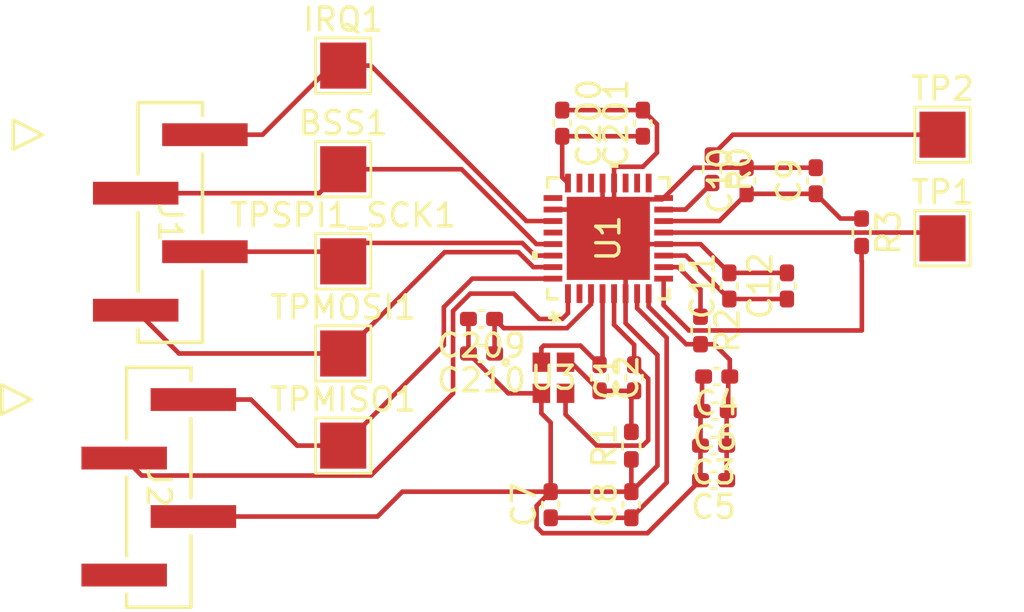
<source format=kicad_pcb>
(kicad_pcb (version 20240108) (generator "pcbnew") (generator_version "8.0")
  (layers (0 "F.Cu" signal) (31 "B.Cu" signal) (34 "B.Paste" user) (35 "F.Paste" user) (36 "B.SilkS" user "B.Silkscreen") (37 "F.SilkS" user "F.Silkscreen") (38 "B.Mask" user) (39 "F.Mask" user) (44 "Edge.Cuts" user))
  (net 0 "")
  (net 1 "Net-(U1-XTI)")
  (net 2 "GND")
  (net 3 "Net-(U1-XTO)")
  (net 4 "Net-(U1-VDD)")
  (net 5 "Net-(U1-VDD_A)")
  (net 6 "Net-(U1-VDD_DR)")
  (net 7 "Net-(U1-VDD_AM)")
  (net 8 "Net-(U1-AGDC)")
  (net 9 "Net-(U1-VDD_D)")
  (net 10 "/RFO2")
  (net 12 "/MOSI")
  (net 16 "/SPI1_SCK")
  (net 17 "/BSS")
  (net 19 "/IRQ")
  (net 20 "/RFO1")
  (net 21 "/MISO")
  (net 23 "VDD")
  (net 26 "Net-(R0-Pad1)")
  (net 27 "Net-(U1-VDD_TX)")
  (net 28 "Net-(U1-VDD_RF)")
  (footprint "Capacitor_SMD:C_0402_1005Metric_Pad0.74x0.62mm_HandSolder" (layer "F.Cu") (at 141.25 96.0675 90)
    (property "Reference" "C11" (at 0 -1.16 -90) (layer "F.SilkS"))
    (property "Value" "22nF")
    (fp_line (start -0.115835 -0.36) (end 0.115835 -0.36) (stroke (width 0.12)) (layer "F.SilkS"))
    (fp_line (start -0.115835 0.36) (end 0.115835 0.36) (stroke (width 0.12)) (layer "F.SilkS"))
    (pad "1" smd roundrect (at -0.5675 0 90) (size 0.735 0.62) (layers "F.Cu" "F.Paste" "F.Mask") (net 7 "Net-(U1-VDD_AM)"))
    (pad "2" smd roundrect (at 0.5675 0 90) (size 0.735 0.62) (layers "F.Cu" "F.Paste" "F.Mask") (net 2 "GND"))
  )
  (footprint "Capacitor_SMD:C_0402_1005Metric_Pad0.74x0.62mm_HandSolder" (layer "F.Cu") (at 137.12125 100.05375 90)
    (property "Reference" "C1" (at 0 -1.16 -90) (layer "F.SilkS"))
    (property "Value" "10pF")
    (fp_line (start -0.115835 -0.36) (end 0.115835 -0.36) (stroke (width 0.12)) (layer "F.SilkS"))
    (fp_line (start -0.115835 0.36) (end 0.115835 0.36) (stroke (width 0.12)) (layer "F.SilkS"))
    (pad "1" smd roundrect (at -0.5675 0 90) (size 0.735 0.62) (layers "F.Cu" "F.Paste" "F.Mask") (net 2 "GND"))
    (pad "2" smd roundrect (at 0.5675 0 90) (size 0.735 0.62) (layers "F.Cu" "F.Paste" "F.Mask") (net 1 "Net-(U1-XTI)"))
  )
  (footprint "Crystal:SMD04_NX2016S_NDK" (layer "F.Cu") (at 133.62125 100.05375)
    (property "Reference" "U3" (at 0 0 0) (layer "F.SilkS"))
    (property "Value" "NX2016SA-27.12MHZ-EXS00A-CS11337")
    (fp_circle (center -2.0636 -0.675) (end -1.9366 -0.675) (stroke (width 0.1524)) (fill none) (layer "F.SilkS"))
    (pad "1" smd rect (at -0.525 -0.675) (size 0.762 0.8382) (layers "F.Cu" "F.Paste" "F.Mask") (net 3 "Net-(U1-XTO)"))
    (pad "2" smd rect (at -0.525 0.675) (size 0.762 0.8382) (layers "F.Cu" "F.Paste" "F.Mask") (net 2 "GND"))
    (pad "3" smd rect (at 0.525 0.675) (size 0.762 0.8382) (layers "F.Cu" "F.Paste" "F.Mask") (net 1 "Net-(U1-XTI)"))
    (pad "4" smd rect (at 0.525 -0.675) (size 0.762 0.8382) (layers "F.Cu" "F.Paste" "F.Mask") (net 2 "GND"))
  )
  (footprint "TestPoint:TestPoint_Pad_2.0x2.0mm" (layer "F.Cu") (at 124.5 99)
    (property "Reference" "TPMOSI1" (at 0 -1.998 0) (layer "F.SilkS"))
    (property "Value" "~")
    (fp_line (start -1.2 -1.2) (end 1.2 -1.2) (stroke (width 0.12)) (layer "F.SilkS"))
    (fp_line (start -1.2 1.2) (end -1.2 -1.2) (stroke (width 0.12)) (layer "F.SilkS"))
    (fp_line (start 1.2 -1.2) (end 1.2 1.2) (stroke (width 0.12)) (layer "F.SilkS"))
    (fp_line (start 1.2 1.2) (end -1.2 1.2) (stroke (width 0.12)) (layer "F.SilkS"))
    (pad "1" smd rect (at 0 0) (size 2 2) (layers "F.Cu" "F.Mask") (net 12 "/MOSI"))
  )
  (footprint "TestPoint:TestPoint_Pad_2.0x2.0mm" (layer "F.Cu") (at 124.5 91)
    (property "Reference" "BSS1" (at 0 -1.998 0) (layer "F.SilkS"))
    (property "Value" "~")
    (fp_line (start -1.2 -1.2) (end 1.2 -1.2) (stroke (width 0.12)) (layer "F.SilkS"))
    (fp_line (start -1.2 1.2) (end -1.2 -1.2) (stroke (width 0.12)) (layer "F.SilkS"))
    (fp_line (start 1.2 -1.2) (end 1.2 1.2) (stroke (width 0.12)) (layer "F.SilkS"))
    (fp_line (start 1.2 1.2) (end -1.2 1.2) (stroke (width 0.12)) (layer "F.SilkS"))
    (pad "1" smd rect (at 0 0) (size 2 2) (layers "F.Cu" "F.Mask") (net 17 "/BSS"))
  )
  (footprint "Capacitor_SMD:C_0402_1005Metric_Pad0.74x0.62mm_HandSolder" (layer "F.Cu") (at 145 91.5 90)
    (property "Reference" "C9" (at 0 -1.16 -90) (layer "F.SilkS"))
    (property "Value" "10nF")
    (fp_line (start -0.115835 -0.36) (end 0.115835 -0.36) (stroke (width 0.12)) (layer "F.SilkS"))
    (fp_line (start -0.115835 0.36) (end 0.115835 0.36) (stroke (width 0.12)) (layer "F.SilkS"))
    (pad "1" smd roundrect (at -0.5675 0 90) (size 0.735 0.62) (layers "F.Cu" "F.Paste" "F.Mask") (net 6 "Net-(U1-VDD_DR)"))
    (pad "2" smd roundrect (at 0.5675 0 90) (size 0.735 0.62) (layers "F.Cu" "F.Paste" "F.Mask") (net 2 "GND"))
  )
  (footprint "Resistor_SMD:R_0402_1005Metric_Pad0.72x0.64mm_HandSolder" (layer "F.Cu") (at 140.5 91 -90)
    (property "Reference" "R0" (at 0 -1.17 90) (layer "F.SilkS"))
    (property "Value" "0")
    (fp_line (start -0.167621 0.38) (end 0.167621 0.38) (stroke (width 0.12)) (layer "F.SilkS"))
    (fp_line (start -0.167621 -0.38) (end 0.167621 -0.38) (stroke (width 0.12)) (layer "F.SilkS"))
    (pad "1" smd roundrect (at -0.5975 0 270) (size 0.715 0.64) (layers "F.Cu" "F.Paste" "F.Mask") (net 26 "Net-(R0-Pad1)"))
    (pad "2" smd roundrect (at 0.5975 0 270) (size 0.715 0.64) (layers "F.Cu" "F.Paste" "F.Mask") (net 10 "/RFO2"))
  )
  (footprint "Capacitor_SMD:C_0402_1005Metric_Pad0.74x0.62mm_HandSolder" (layer "F.Cu") (at 135.62125 100.05375 -90)
    (property "Reference" "C2" (at 0 -1.16 90) (layer "F.SilkS"))
    (property "Value" "10pF")
    (fp_line (start -0.115835 0.36) (end 0.115835 0.36) (stroke (width 0.12)) (layer "F.SilkS"))
    (fp_line (start -0.115835 -0.36) (end 0.115835 -0.36) (stroke (width 0.12)) (layer "F.SilkS"))
    (pad "1" smd roundrect (at -0.5675 0 270) (size 0.735 0.62) (layers "F.Cu" "F.Paste" "F.Mask") (net 3 "Net-(U1-XTO)"))
    (pad "2" smd roundrect (at 0.5675 0 270) (size 0.735 0.62) (layers "F.Cu" "F.Paste" "F.Mask") (net 2 "GND"))
  )
  (footprint "ST25R3916B:VFQFPN32_5X5_WETTABLE_STM" (layer "F.Cu") (at 136 94 90)
    (property "Reference" "U1" (at 0 0 90) (layer "F.SilkS"))
    (property "Value" "ST25R3916B-AQWT")
    (fp_line (start 2.6289 -2.6289) (end 2.209739 -2.6289) (stroke (width 0.1524)) (layer "F.SilkS"))
    (fp_line (start -2.209739 -2.6289) (end -2.6289 -2.6289) (stroke (width 0.1524)) (layer "F.SilkS"))
    (fp_line (start -2.6289 -2.6289) (end -2.6289 -2.209739) (stroke (width 0.1524)) (layer "F.SilkS"))
    (fp_line (start 2.6289 -2.209739) (end 2.6289 -2.6289) (stroke (width 0.1524)) (layer "F.SilkS"))
    (fp_line (start -2.6289 2.209739) (end -2.6289 2.6289) (stroke (width 0.1524)) (layer "F.SilkS"))
    (fp_line (start 2.6289 2.6289) (end 2.6289 2.209739) (stroke (width 0.1524)) (layer "F.SilkS"))
    (fp_line (start 2.209739 2.6289) (end 2.6289 2.6289) (stroke (width 0.1524)) (layer "F.SilkS"))
    (fp_line (start -2.6289 2.6289) (end -2.209739 2.6289) (stroke (width 0.1524)) (layer "F.SilkS"))
    (fp_poly (pts (xy -0.940501 -3.0607) (xy -0.940501 -3.3147) (xy -0.559501 -3.3147) (xy -0.559501 -3.0607)) (fill solid) (layer "F.SilkS"))
    (fp_poly (pts (xy 3.3147 0.059499) (xy 3.3147 0.4405) (xy 3.0607 0.4405) (xy 3.0607 0.059499)) (fill solid) (layer "F.SilkS"))
    (fp_poly (pts (xy -1.4405 3.0607) (xy -1.4405 3.3147) (xy -1.0595 3.3147) (xy -1.0595 3.0607)) (fill solid) (layer "F.SilkS"))
    (fp_text user "*" (at -3.4417 -2 90) (layer "F.SilkS"))
    (fp_text user "*" (at -3.4417 -2 90) (layer "F.SilkS"))
    (pad "1" smd rect (at -2.4003 -1.749999 180) (size 0.254 0.8128) (layers "F.Cu" "F.Paste" "F.Mask") (net 23 "VDD"))
    (pad "2" smd rect (at -2.4003 -1.25 180) (size 0.254 0.8128) (layers "F.Cu" "F.Paste" "F.Mask"))
    (pad "3" smd rect (at -2.4003 -0.750001 180) (size 0.254 0.8128) (layers "F.Cu" "F.Paste" "F.Mask") (net 9 "Net-(U1-VDD_D)"))
    (pad "4" smd rect (at -2.4003 -0.25 180) (size 0.254 0.8128) (layers "F.Cu" "F.Paste" "F.Mask") (net 3 "Net-(U1-XTO)"))
    (pad "5" smd rect (at -2.4003 0.25 180) (size 0.254 0.8128) (layers "F.Cu" "F.Paste" "F.Mask") (net 1 "Net-(U1-XTI)"))
    (pad "6" smd rect (at -2.4003 0.750001 180) (size 0.254 0.8128) (layers "F.Cu" "F.Paste" "F.Mask") (net 2 "GND"))
    (pad "7" smd rect (at -2.4003 1.25 180) (size 0.254 0.8128) (layers "F.Cu" "F.Paste" "F.Mask") (net 5 "Net-(U1-VDD_A)"))
    (pad "8" smd rect (at -2.4003 1.749999 180) (size 0.254 0.8128) (layers "F.Cu" "F.Paste" "F.Mask") (net 4 "Net-(U1-VDD)"))
    (pad "9" smd rect (at -1.749999 2.4003 90) (size 0.254 0.8128) (layers "F.Cu" "F.Paste" "F.Mask") (net 28 "Net-(U1-VDD_RF)"))
    (pad "10" smd rect (at -1.25 2.4003 90) (size 0.254 0.8128) (layers "F.Cu" "F.Paste" "F.Mask") (net 27 "Net-(U1-VDD_TX)"))
    (pad "11" smd rect (at -0.750001 2.4003 90) (size 0.254 0.8128) (layers "F.Cu" "F.Paste" "F.Mask") (net 7 "Net-(U1-VDD_AM)"))
    (pad "12" smd rect (at -0.25 2.4003 90) (size 0.254 0.8128) (layers "F.Cu" "F.Paste" "F.Mask") (net 2 "GND"))
    (pad "13" smd rect (at 0.25 2.4003 90) (size 0.254 0.8128) (layers "F.Cu" "F.Paste" "F.Mask") (net 20 "/RFO1"))
    (pad "14" smd rect (at 0.750001 2.4003 90) (size 0.254 0.8128) (layers "F.Cu" "F.Paste" "F.Mask") (net 6 "Net-(U1-VDD_DR)"))
    (pad "15" smd rect (at 1.25 2.4003 90) (size 0.254 0.8128) (layers "F.Cu" "F.Paste" "F.Mask") (net 10 "/RFO2"))
    (pad "16" smd rect (at 1.749999 2.4003 90) (size 0.254 0.8128) (layers "F.Cu" "F.Paste" "F.Mask") (net 2 "GND"))
    (pad "17" smd rect (at 2.4003 1.749999 180) (size 0.254 0.8128) (layers "F.Cu" "F.Paste" "F.Mask"))
    (pad "18" smd rect (at 2.4003 1.25 180) (size 0.254 0.8128) (layers "F.Cu" "F.Paste" "F.Mask"))
    (pad "19" smd rect (at 2.4003 0.750001 180) (size 0.254 0.8128) (layers "F.Cu" "F.Paste" "F.Mask"))
    (pad "20" smd rect (at 2.4003 0.25 180) (size 0.254 0.8128) (layers "F.Cu" "F.Paste" "F.Mask") (net 2 "GND"))
    (pad "21" smd rect (at 2.4003 -0.25 180) (size 0.254 0.8128) (layers "F.Cu" "F.Paste" "F.Mask") (net 2 "GND"))
    (pad "22" smd rect (at 2.4003 -0.750001 180) (size 0.254 0.8128) (layers "F.Cu" "F.Paste" "F.Mask"))
    (pad "23" smd rect (at 2.4003 -1.25 180) (size 0.254 0.8128) (layers "F.Cu" "F.Paste" "F.Mask"))
    (pad "24" smd rect (at 2.4003 -1.749999 180) (size 0.254 0.8128) (layers "F.Cu" "F.Paste" "F.Mask") (net 8 "Net-(U1-AGDC)"))
    (pad "25" smd rect (at 1.749999 -2.4003 90) (size 0.254 0.8128) (layers "F.Cu" "F.Paste" "F.Mask"))
    (pad "26" smd rect (at 1.25 -2.4003 90) (size 0.254 0.8128) (layers "F.Cu" "F.Paste" "F.Mask") (net 2 "GND"))
    (pad "27" smd rect (at 0.750001 -2.4003 90) (size 0.254 0.8128) (layers "F.Cu" "F.Paste" "F.Mask") (net 19 "/IRQ"))
    (pad "28" smd rect (at 0.25 -2.4003 90) (size 0.254 0.8128) (layers "F.Cu" "F.Paste" "F.Mask"))
    (pad "29" smd rect (at -0.25 -2.4003 90) (size 0.254 0.8128) (layers "F.Cu" "F.Paste" "F.Mask") (net 17 "/BSS"))
    (pad "30" smd rect (at -0.750001 -2.4003 90) (size 0.254 0.8128) (layers "F.Cu" "F.Paste" "F.Mask") (net 16 "/SPI1_SCK"))
    (pad "31" smd rect (at -1.25 -2.4003 90) (size 0.254 0.8128) (layers "F.Cu" "F.Paste" "F.Mask") (net 12 "/MOSI"))
    (pad "32" smd rect (at -1.749999 -2.4003 90) (size 0.254 0.8128) (layers "F.Cu" "F.Paste" "F.Mask") (net 21 "/MISO"))
    (pad "33" smd rect (at 0 0 90) (size 3.6068 3.6068) (layers "F.Cu" "F.Paste" "F.Mask") (net 2 "GND"))
  )
  (footprint "SMD Header Conn:61000418221_WRE" (layer "F.Cu") (at 116.498601 104.81 -90)
    (property "Reference" "J2" (at 0 0 -90) (layer "F.SilkS"))
    (property "Value" "61000418221")
    (fp_line (start -4.445 6.812539) (end -3.175 6.812539) (stroke (width 0.1524)) (layer "F.SilkS"))
    (fp_line (start -3.175 6.812539) (end -3.81 5.542539) (stroke (width 0.1524)) (layer "F.SilkS"))
    (fp_line (start -3.81 5.542539) (end -4.445 6.812539) (stroke (width 0.1524)) (layer "F.SilkS"))
    (fp_line (start -5.207 1.397) (end -2.09804 1.397) (stroke (width 0.1524)) (layer "F.SilkS"))
    (fp_line (start -0.44196 1.397) (end 2.98196 1.397) (stroke (width 0.1524)) (layer "F.SilkS"))
    (fp_line (start 4.63804 1.397) (end 5.207 1.397) (stroke (width 0.1524)) (layer "F.SilkS"))
    (fp_line (start 5.207 1.397) (end 5.207 -1.397) (stroke (width 0.1524)) (layer "F.SilkS"))
    (fp_line (start -5.207 -1.397) (end -5.207 1.397) (stroke (width 0.1524)) (layer "F.SilkS"))
    (fp_line (start -4.63804 -1.397) (end -5.207 -1.397) (stroke (width 0.1524)) (layer "F.SilkS"))
    (fp_line (start 0.44196 -1.397) (end -2.98196 -1.397) (stroke (width 0.1524)) (layer "F.SilkS"))
    (fp_line (start 5.207 -1.397) (end 2.09804 -1.397) (stroke (width 0.1524)) (layer "F.SilkS"))
    (pad "1" smd rect (at -3.81 -1.501399 270) (size 0.9906 3.7084) (layers "F.Cu" "F.Paste" "F.Mask") (net 21 "/MISO"))
    (pad "2" smd rect (at -1.27 1.501399 270) (size 0.9906 3.7084) (layers "F.Cu" "F.Paste" "F.Mask") (net 23 "VDD"))
    (pad "3" smd rect (at 1.27 -1.501399 270) (size 0.9906 3.7084) (layers "F.Cu" "F.Paste" "F.Mask") (net 2 "GND"))
    (pad "4" smd rect (at 3.81 1.501399 270) (size 0.9906 3.7084) (layers "F.Cu" "F.Paste" "F.Mask"))
  )
  (footprint "Capacitor_SMD:C_0402_1005Metric_Pad0.74x0.62mm_HandSolder" (layer "F.Cu") (at 130.5 99 180)
    (property "Reference" "C210" (at 0 -1.16 180) (layer "F.SilkS"))
    (property "Value" "2u2")
    (fp_line (start -0.115835 0.36) (end 0.115835 0.36) (stroke (width 0.12)) (layer "F.SilkS"))
    (fp_line (start -0.115835 -0.36) (end 0.115835 -0.36) (stroke (width 0.12)) (layer "F.SilkS"))
    (pad "1" smd roundrect (at -0.5675 0 180) (size 0.735 0.62) (layers "F.Cu" "F.Paste" "F.Mask") (net 9 "Net-(U1-VDD_D)"))
    (pad "2" smd roundrect (at 0.5675 0 180) (size 0.735 0.62) (layers "F.Cu" "F.Paste" "F.Mask") (net 2 "GND"))
  )
  (footprint "SMD Header Conn:61000418221_WRE" (layer "F.Cu") (at 116.998601 93.31 -90)
    (property "Reference" "J1" (at 0 0 -90) (layer "F.SilkS"))
    (property "Value" "61000418221")
    (fp_line (start -4.445 6.812539) (end -3.175 6.812539) (stroke (width 0.1524)) (layer "F.SilkS"))
    (fp_line (start -3.175 6.812539) (end -3.81 5.542539) (stroke (width 0.1524)) (layer "F.SilkS"))
    (fp_line (start -3.81 5.542539) (end -4.445 6.812539) (stroke (width 0.1524)) (layer "F.SilkS"))
    (fp_line (start -5.207 1.397) (end -2.09804 1.397) (stroke (width 0.1524)) (layer "F.SilkS"))
    (fp_line (start -0.44196 1.397) (end 2.98196 1.397) (stroke (width 0.1524)) (layer "F.SilkS"))
    (fp_line (start 4.63804 1.397) (end 5.207 1.397) (stroke (width 0.1524)) (layer "F.SilkS"))
    (fp_line (start 5.207 1.397) (end 5.207 -1.397) (stroke (width 0.1524)) (layer "F.SilkS"))
    (fp_line (start -5.207 -1.397) (end -5.207 1.397) (stroke (width 0.1524)) (layer "F.SilkS"))
    (fp_line (start -4.63804 -1.397) (end -5.207 -1.397) (stroke (width 0.1524)) (layer "F.SilkS"))
    (fp_line (start 0.44196 -1.397) (end -2.98196 -1.397) (stroke (width 0.1524)) (layer "F.SilkS"))
    (fp_line (start 5.207 -1.397) (end 2.09804 -1.397) (stroke (width 0.1524)) (layer "F.SilkS"))
    (pad "1" smd rect (at -3.81 -1.501399 270) (size 0.9906 3.7084) (layers "F.Cu" "F.Paste" "F.Mask") (net 19 "/IRQ"))
    (pad "2" smd rect (at -1.27 1.501399 270) (size 0.9906 3.7084) (layers "F.Cu" "F.Paste" "F.Mask") (net 17 "/BSS"))
    (pad "3" smd rect (at 1.27 -1.501399 270) (size 0.9906 3.7084) (layers "F.Cu" "F.Paste" "F.Mask") (net 16 "/SPI1_SCK"))
    (pad "4" smd rect (at 3.81 1.501399 270) (size 0.9906 3.7084) (layers "F.Cu" "F.Paste" "F.Mask") (net 12 "/MOSI"))
  )
  (footprint "TestPoint:TestPoint_Pad_2.0x2.0mm" (layer "F.Cu") (at 124.5 103)
    (property "Reference" "TPMISO1" (at 0 -1.998 0) (layer "F.SilkS"))
    (property "Value" "~")
    (fp_line (start -1.2 -1.2) (end 1.2 -1.2) (stroke (width 0.12)) (layer "F.SilkS"))
    (fp_line (start -1.2 1.2) (end -1.2 -1.2) (stroke (width 0.12)) (layer "F.SilkS"))
    (fp_line (start 1.2 -1.2) (end 1.2 1.2) (stroke (width 0.12)) (layer "F.SilkS"))
    (fp_line (start 1.2 1.2) (end -1.2 1.2) (stroke (width 0.12)) (layer "F.SilkS"))
    (pad "1" smd rect (at 0 0) (size 2 2) (layers "F.Cu" "F.Mask") (net 21 "/MISO"))
  )
  (footprint "Capacitor_SMD:C_0402_1005Metric_Pad0.74x0.62mm_HandSolder" (layer "F.Cu") (at 140.5675 103 180)
    (property "Reference" "C3" (at 0 -1.16 180) (layer "F.SilkS"))
    (property "Value" "10nF")
    (fp_line (start -0.115835 0.36) (end 0.115835 0.36) (stroke (width 0.12)) (layer "F.SilkS"))
    (fp_line (start -0.115835 -0.36) (end 0.115835 -0.36) (stroke (width 0.12)) (layer "F.SilkS"))
    (pad "1" smd roundrect (at -0.5675 0 180) (size 0.735 0.62) (layers "F.Cu" "F.Paste" "F.Mask") (net 4 "Net-(U1-VDD)"))
    (pad "2" smd roundrect (at 0.5675 0 180) (size 0.735 0.62) (layers "F.Cu" "F.Paste" "F.Mask") (net 2 "GND"))
  )
  (footprint "Capacitor_SMD:C_0402_1005Metric_Pad0.74x0.62mm_HandSolder" (layer "F.Cu") (at 140.7025 100 180)
    (property "Reference" "C4" (at 0 -1.16 180) (layer "F.SilkS"))
    (property "Value" "2u2")
    (fp_line (start -0.115835 0.36) (end 0.115835 0.36) (stroke (width 0.12)) (layer "F.SilkS"))
    (fp_line (start -0.115835 -0.36) (end 0.115835 -0.36) (stroke (width 0.12)) (layer "F.SilkS"))
    (pad "1" smd roundrect (at -0.5675 0 180) (size 0.735 0.62) (layers "F.Cu" "F.Paste" "F.Mask") (net 4 "Net-(U1-VDD)"))
    (pad "2" smd roundrect (at 0.5675 0 180) (size 0.735 0.62) (layers "F.Cu" "F.Paste" "F.Mask") (net 2 "GND"))
  )
  (footprint "Capacitor_SMD:C_0402_1005Metric_Pad0.74x0.62mm_HandSolder" (layer "F.Cu") (at 142 91.5 90)
    (property "Reference" "C10" (at 0 -1.16 -90) (layer "F.SilkS"))
    (property "Value" "2u2")
    (fp_line (start -0.115835 -0.36) (end 0.115835 -0.36) (stroke (width 0.12)) (layer "F.SilkS"))
    (fp_line (start -0.115835 0.36) (end 0.115835 0.36) (stroke (width 0.12)) (layer "F.SilkS"))
    (pad "1" smd roundrect (at -0.5675 0 90) (size 0.735 0.62) (layers "F.Cu" "F.Paste" "F.Mask") (net 6 "Net-(U1-VDD_DR)"))
    (pad "2" smd roundrect (at 0.5675 0 90) (size 0.735 0.62) (layers "F.Cu" "F.Paste" "F.Mask") (net 2 "GND"))
  )
  (footprint "Capacitor_SMD:C_0402_1005Metric_Pad0.74x0.62mm_HandSolder" (layer "F.Cu") (at 134 89 -90)
    (property "Reference" "C200" (at 0 -1.16 90) (layer "F.SilkS"))
    (property "Value" "1uF")
    (fp_line (start -0.115835 0.36) (end 0.115835 0.36) (stroke (width 0.12)) (layer "F.SilkS"))
    (fp_line (start -0.115835 -0.36) (end 0.115835 -0.36) (stroke (width 0.12)) (layer "F.SilkS"))
    (pad "1" smd roundrect (at -0.5675 0 270) (size 0.735 0.62) (layers "F.Cu" "F.Paste" "F.Mask") (net 2 "GND"))
    (pad "2" smd roundrect (at 0.5675 0 270) (size 0.735 0.62) (layers "F.Cu" "F.Paste" "F.Mask") (net 8 "Net-(U1-AGDC)"))
  )
  (footprint "TestPoint:TestPoint_Pad_2.0x2.0mm" (layer "F.Cu") (at 150.5 89.5)
    (property "Reference" "TP2" (at 0 -1.998 0) (layer "F.SilkS"))
    (property "Value" "TestPoint")
    (fp_line (start -1.2 -1.2) (end 1.2 -1.2) (stroke (width 0.12)) (layer "F.SilkS"))
    (fp_line (start -1.2 1.2) (end -1.2 -1.2) (stroke (width 0.12)) (layer "F.SilkS"))
    (fp_line (start 1.2 -1.2) (end 1.2 1.2) (stroke (width 0.12)) (layer "F.SilkS"))
    (fp_line (start 1.2 1.2) (end -1.2 1.2) (stroke (width 0.12)) (layer "F.SilkS"))
    (pad "1" smd rect (at 0 0) (size 2 2) (layers "F.Cu" "F.Mask") (net 26 "Net-(R0-Pad1)"))
  )
  (footprint "TestPoint:TestPoint_Pad_2.0x2.0mm" (layer "F.Cu") (at 124.5 95)
    (property "Reference" "TPSPI1_SCK1" (at 0 -1.998 0) (layer "F.SilkS"))
    (property "Value" "~")
    (fp_line (start -1.2 -1.2) (end 1.2 -1.2) (stroke (width 0.12)) (layer "F.SilkS"))
    (fp_line (start -1.2 1.2) (end -1.2 -1.2) (stroke (width 0.12)) (layer "F.SilkS"))
    (fp_line (start 1.2 -1.2) (end 1.2 1.2) (stroke (width 0.12)) (layer "F.SilkS"))
    (fp_line (start 1.2 1.2) (end -1.2 1.2) (stroke (width 0.12)) (layer "F.SilkS"))
    (pad "1" smd rect (at 0 0) (size 2 2) (layers "F.Cu" "F.Mask") (net 16 "/SPI1_SCK"))
  )
  (footprint "Capacitor_SMD:C_0402_1005Metric_Pad0.74x0.62mm_HandSolder" (layer "F.Cu") (at 140.635 101.5 180)
    (property "Reference" "C6" (at 0 -1.16 180) (layer "F.SilkS"))
    (property "Value" "2u2")
    (fp_line (start -0.115835 0.36) (end 0.115835 0.36) (stroke (width 0.12)) (layer "F.SilkS"))
    (fp_line (start -0.115835 -0.36) (end 0.115835 -0.36) (stroke (width 0.12)) (layer "F.SilkS"))
    (pad "1" smd roundrect (at -0.5675 0 180) (size 0.735 0.62) (layers "F.Cu" "F.Paste" "F.Mask") (net 4 "Net-(U1-VDD)"))
    (pad "2" smd roundrect (at 0.5675 0 180) (size 0.735 0.62) (layers "F.Cu" "F.Paste" "F.Mask") (net 2 "GND"))
  )
  (footprint "TestPoint:TestPoint_Pad_2.0x2.0mm" (layer "F.Cu") (at 150.5 94)
    (property "Reference" "TP1" (at 0 -1.998 0) (layer "F.SilkS"))
    (property "Value" "TestPoint")
    (fp_line (start -1.2 -1.2) (end 1.2 -1.2) (stroke (width 0.12)) (layer "F.SilkS"))
    (fp_line (start -1.2 1.2) (end -1.2 -1.2) (stroke (width 0.12)) (layer "F.SilkS"))
    (fp_line (start 1.2 -1.2) (end 1.2 1.2) (stroke (width 0.12)) (layer "F.SilkS"))
    (fp_line (start 1.2 1.2) (end -1.2 1.2) (stroke (width 0.12)) (layer "F.SilkS"))
    (pad "1" smd rect (at 0 0) (size 2 2) (layers "F.Cu" "F.Mask") (net 20 "/RFO1"))
  )
  (footprint "Capacitor_SMD:C_0402_1005Metric_Pad0.74x0.62mm_HandSolder" (layer "F.Cu") (at 140.5675 104.5 180)
    (property "Reference" "C5" (at 0 -1.16 180) (layer "F.SilkS"))
    (property "Value" "10nF")
    (fp_line (start -0.115835 0.36) (end 0.115835 0.36) (stroke (width 0.12)) (layer "F.SilkS"))
    (fp_line (start -0.115835 -0.36) (end 0.115835 -0.36) (stroke (width 0.12)) (layer "F.SilkS"))
    (pad "1" smd roundrect (at -0.5675 0 180) (size 0.735 0.62) (layers "F.Cu" "F.Paste" "F.Mask") (net 4 "Net-(U1-VDD)"))
    (pad "2" smd roundrect (at 0.5675 0 180) (size 0.735 0.62) (layers "F.Cu" "F.Paste" "F.Mask") (net 2 "GND"))
  )
  (footprint "Capacitor_SMD:C_0402_1005Metric_Pad0.74x0.62mm_HandSolder" (layer "F.Cu") (at 137 105.5675 90)
    (property "Reference" "C8" (at 0 -1.16 -90) (layer "F.SilkS"))
    (property "Value" "2u2")
    (fp_line (start -0.115835 -0.36) (end 0.115835 -0.36) (stroke (width 0.12)) (layer "F.SilkS"))
    (fp_line (start -0.115835 0.36) (end 0.115835 0.36) (stroke (width 0.12)) (layer "F.SilkS"))
    (pad "1" smd roundrect (at -0.5675 0 90) (size 0.735 0.62) (layers "F.Cu" "F.Paste" "F.Mask") (net 5 "Net-(U1-VDD_A)"))
    (pad "2" smd roundrect (at 0.5675 0 90) (size 0.735 0.62) (layers "F.Cu" "F.Paste" "F.Mask") (net 2 "GND"))
  )
  (footprint "Resistor_SMD:R_0402_1005Metric_Pad0.72x0.64mm_HandSolder" (layer "F.Cu") (at 137 103 90)
    (property "Reference" "R1" (at 0 -1.17 -90) (layer "F.SilkS"))
    (property "Value" "0")
    (fp_line (start -0.167621 -0.38) (end 0.167621 -0.38) (stroke (width 0.12)) (layer "F.SilkS"))
    (fp_line (start -0.167621 0.38) (end 0.167621 0.38) (stroke (width 0.12)) (layer "F.SilkS"))
    (pad "1" smd roundrect (at -0.5975 0 90) (size 0.715 0.64) (layers "F.Cu" "F.Paste" "F.Mask") (net 2 "GND"))
    (pad "2" smd roundrect (at 0.5975 0 90) (size 0.715 0.64) (layers "F.Cu" "F.Paste" "F.Mask") (net 2 "GND"))
  )
  (footprint "Resistor_SMD:R_0402_1005Metric_Pad0.72x0.64mm_HandSolder" (layer "F.Cu") (at 146.988107 93.738354 -90)
    (property "Reference" "R3" (at 0 -1.17 90) (layer "F.SilkS"))
    (property "Value" "0")
    (fp_line (start -0.167621 0.38) (end 0.167621 0.38) (stroke (width 0.12)) (layer "F.SilkS"))
    (fp_line (start -0.167621 -0.38) (end 0.167621 -0.38) (stroke (width 0.12)) (layer "F.SilkS"))
    (pad "1" smd roundrect (at -0.5975 0 270) (size 0.715 0.64) (layers "F.Cu" "F.Paste" "F.Mask") (net 6 "Net-(U1-VDD_DR)"))
    (pad "2" smd roundrect (at 0.5975 0 270) (size 0.715 0.64) (layers "F.Cu" "F.Paste" "F.Mask") (net 28 "Net-(U1-VDD_RF)"))
  )
  (footprint "TestPoint:TestPoint_Pad_2.0x2.0mm" (layer "F.Cu") (at 124.5 86.5)
    (property "Reference" "IRQ1" (at 0 -1.998 0) (layer "F.SilkS"))
    (property "Value" "~")
    (fp_line (start -1.2 -1.2) (end 1.2 -1.2) (stroke (width 0.12)) (layer "F.SilkS"))
    (fp_line (start -1.2 1.2) (end -1.2 -1.2) (stroke (width 0.12)) (layer "F.SilkS"))
    (fp_line (start 1.2 -1.2) (end 1.2 1.2) (stroke (width 0.12)) (layer "F.SilkS"))
    (fp_line (start 1.2 1.2) (end -1.2 1.2) (stroke (width 0.12)) (layer "F.SilkS"))
    (pad "1" smd rect (at 0 0) (size 2 2) (layers "F.Cu" "F.Mask") (net 19 "/IRQ"))
  )
  (footprint "Capacitor_SMD:C_0402_1005Metric_Pad0.74x0.62mm_HandSolder" (layer "F.Cu") (at 130.5 97.5 180)
    (property "Reference" "C209" (at 0 -1.16 180) (layer "F.SilkS"))
    (property "Value" "10nF")
    (fp_line (start -0.115835 0.36) (end 0.115835 0.36) (stroke (width 0.12)) (layer "F.SilkS"))
    (fp_line (start -0.115835 -0.36) (end 0.115835 -0.36) (stroke (width 0.12)) (layer "F.SilkS"))
    (pad "1" smd roundrect (at -0.5675 0 180) (size 0.735 0.62) (layers "F.Cu" "F.Paste" "F.Mask") (net 9 "Net-(U1-VDD_D)"))
    (pad "2" smd roundrect (at 0.5675 0 180) (size 0.735 0.62) (layers "F.Cu" "F.Paste" "F.Mask") (net 2 "GND"))
  )
  (footprint "Capacitor_SMD:C_0402_1005Metric_Pad0.74x0.62mm_HandSolder" (layer "F.Cu") (at 137.5 89 90)
    (property "Reference" "C201" (at 0 -1.16 -90) (layer "F.SilkS"))
    (property "Value" "10nF")
    (fp_line (start -0.115835 -0.36) (end 0.115835 -0.36) (stroke (width 0.12)) (layer "F.SilkS"))
    (fp_line (start -0.115835 0.36) (end 0.115835 0.36) (stroke (width 0.12)) (layer "F.SilkS"))
    (pad "1" smd roundrect (at -0.5675 0 90) (size 0.735 0.62) (layers "F.Cu" "F.Paste" "F.Mask") (net 8 "Net-(U1-AGDC)"))
    (pad "2" smd roundrect (at 0.5675 0 90) (size 0.735 0.62) (layers "F.Cu" "F.Paste" "F.Mask") (net 2 "GND"))
  )
  (footprint "Capacitor_SMD:C_0402_1005Metric_Pad0.74x0.62mm_HandSolder" (layer "F.Cu") (at 143.75 96.0675 90)
    (property "Reference" "C12" (at 0 -1.16 -90) (layer "F.SilkS"))
    (property "Value" "2u2")
    (fp_line (start -0.115835 -0.36) (end 0.115835 -0.36) (stroke (width 0.12)) (layer "F.SilkS"))
    (fp_line (start -0.115835 0.36) (end 0.115835 0.36) (stroke (width 0.12)) (layer "F.SilkS"))
    (pad "1" smd roundrect (at -0.5675 0 90) (size 0.735 0.62) (layers "F.Cu" "F.Paste" "F.Mask") (net 7 "Net-(U1-VDD_AM)"))
    (pad "2" smd roundrect (at 0.5675 0 90) (size 0.735 0.62) (layers "F.Cu" "F.Paste" "F.Mask") (net 2 "GND"))
  )
  (footprint "Capacitor_SMD:C_0402_1005Metric_Pad0.74x0.62mm_HandSolder" (layer "F.Cu") (at 133.5 105.5675 90)
    (property "Reference" "C7" (at 0 -1.16 -90) (layer "F.SilkS"))
    (property "Value" "10nF")
    (fp_line (start -0.115835 -0.36) (end 0.115835 -0.36) (stroke (width 0.12)) (layer "F.SilkS"))
    (fp_line (start -0.115835 0.36) (end 0.115835 0.36) (stroke (width 0.12)) (layer "F.SilkS"))
    (pad "1" smd roundrect (at -0.5675 0 90) (size 0.735 0.62) (layers "F.Cu" "F.Paste" "F.Mask") (net 5 "Net-(U1-VDD_A)"))
    (pad "2" smd roundrect (at 0.5675 0 90) (size 0.735 0.62) (layers "F.Cu" "F.Paste" "F.Mask") (net 2 "GND"))
  )
  (footprint "Resistor_SMD:R_0402_1005Metric_Pad0.72x0.64mm_HandSolder" (layer "F.Cu") (at 140 98 -90)
    (property "Reference" "R2" (at 0 -1.17 90) (layer "F.SilkS"))
    (property "Value" "0")
    (fp_line (start -0.167621 0.38) (end 0.167621 0.38) (stroke (width 0.12)) (layer "F.SilkS"))
    (fp_line (start -0.167621 -0.38) (end 0.167621 -0.38) (stroke (width 0.12)) (layer "F.SilkS"))
    (pad "1" smd roundrect (at -0.5975 0 270) (size 0.715 0.64) (layers "F.Cu" "F.Paste" "F.Mask") (net 27 "Net-(U1-VDD_TX)"))
    (pad "2" smd roundrect (at 0.5975 0 270) (size 0.715 0.64) (layers "F.Cu" "F.Paste" "F.Mask") (net 4 "Net-(U1-VDD)"))
  )
  (segment (start 137.12125 98.62125) (end 136.25 97.75) (width 0.2) (layer "F.Cu") (net 1))
  (segment (start 134.14625 100.72875) (end 134.14625 101.64625) (width 0.2) (layer "F.Cu") (net 1))
  (segment (start 137.73125 102.76875) (end 137.73125 100.09625) (width 0.2) (layer "F.Cu") (net 1))
  (segment (start 135.5 103) (end 137.5 103) (width 0.2) (layer "F.Cu") (net 1))
  (segment (start 137.5 103) (end 137.73125 102.76875) (width 0.2) (layer "F.Cu") (net 1))
  (segment (start 137.73125 100.09625) (end 137.12125 99.48625) (width 0.2) (layer "F.Cu") (net 1))
  (segment (start 136.25 97.75) (end 136.25 96.4003) (width 0.2) (layer "F.Cu") (net 1))
  (segment (start 134.14625 101.64625) (end 135.5 103) (width 0.2) (layer "F.Cu") (net 1))
  (segment (start 137.12125 99.48625) (end 137.12125 98.62125) (width 0.2) (layer "F.Cu") (net 1))
  (segment (start 125.985686 106.08) (end 127.065686 105) (width 0.2) (layer "F.Cu") (net 2))
  (segment (start 138.13125 103.86875) (end 138.13125 99.065564) (width 0.2) (layer "F.Cu") (net 2))
  (segment (start 136.750001 95.2669) (end 136.750001 96.4003) (width 0.2) (layer "F.Cu") (net 2))
  (segment (start 134.75 92.75) (end 136 94) (width 0.2) (layer "F.Cu") (net 2))
  (segment (start 136.25 92.233099) (end 136.323001 92.3061) (width 0.2) (layer "F.Cu") (net 2))
  (segment (start 137 100.7425) (end 137.12125 100.62125) (width 0.2) (layer "F.Cu") (net 2))
  (segment (start 129.9325 99) (end 131.66125 100.72875) (width 0.2) (layer "F.Cu") (net 2))
  (segment (start 140 104.5) (end 137.6975 106.8025) (width 0.2) (layer "F.Cu") (net 2))
  (segment (start 131.66125 100.72875) (end 133.09625 100.72875) (width 0.2) (layer "F.Cu") (net 2))
  (segment (start 136.25 90.966301) (end 136.25 91.5997) (width 0.2) (layer "F.Cu") (net 2))
  (segment (start 138.344201 92.3061) (end 138.4003 92.250001) (width 0.2) (layer "F.Cu") (net 2))
  (segment (start 137 105) (end 138.13125 103.86875) (width 0.2) (layer "F.Cu") (net 2))
  (segment (start 142 90.9325) (end 139.717801 90.9325) (width 0.2) (layer "F.Cu") (net 2))
  (segment (start 132.89 106.540262) (end 133.152238 106.8025) (width 0.2) (layer "F.Cu") (net 2))
  (segment (start 140 104.5) (end 140 103) (width 0.2) (layer "F.Cu") (net 2))
  (segment (start 135.75 93.75) (end 136 94) (width 0.2) (layer "F.Cu") (net 2))
  (segment (start 136.323001 92.3061) (end 138.344201 92.3061) (width 0.2) (layer "F.Cu") (net 2))
  (segment (start 137 103.5975) (end 137 105) (width 0.2) (layer "F.Cu") (net 2))
  (segment (start 129.9325 97.5675) (end 129.9325 99) (width 0.2) (layer "F.Cu") (net 2))
  (segment (start 134.37875 99.37875) (end 135.62125 100.62125) (width 0.2) (layer "F.Cu") (net 2))
  (segment (start 138.11 90.2833) (end 137.5 90.8933) (width 0.2) (layer "F.Cu") (net 2))
  (segment (start 137.6975 106.8025) (end 133.152238 106.8025) (width 0.2) (layer "F.Cu") (net 2))
  (segment (start 138.11 89.0425) (end 138.11 90.2833) (width 0.2) (layer "F.Cu") (net 2))
  (segment (start 142.0675 90.9325) (end 145 90.9325) (width 0.2) (layer "F.Cu") (net 2))
  (segment (start 139.717801 90.9325) (end 138.4003 92.250001) (width 0.2) (layer "F.Cu") (net 2))
  (segment (start 141.25 95.5) (end 143.75 95.5) (width 0.2) (layer "F.Cu") (net 2))
  (segment (start 140.0675 101.5) (end 140.0675 100.0675) (width 0.2) (layer "F.Cu") (net 2))
  (segment (start 137.766901 94.25) (end 136.750001 95.2669) (width 0.2) (layer "F.Cu") (net 2))
  (segment (start 132.89 105.61) (end 132.89 106.540262) (width 0.2) (layer "F.Cu") (net 2))
  (segment (start 137.5 90.8933) (end 136.323001 90.8933) (width 0.2) (layer "F.Cu") (net 2))
  (segment (start 118 106.08) (end 125.985686 106.08) (width 0.2) (layer "F.Cu") (net 2))
  (segment (start 137 102.4025) (end 137 100.7425) (width 0.2) (layer "F.Cu") (net 2))
  (segment (start 127.065686 105) (end 133.5 105) (width 0.2) (layer "F.Cu") (net 2))
  (segment (start 138.4003 94.25) (end 137.766901 94.25) (width 0.2) (layer "F.Cu") (net 2))
  (segment (start 133.09625 100.72875) (end 133.09625 101.59625) (width 0.2) (layer "F.Cu") (net 2))
  (segment (start 134 88.4325) (end 137.5 88.4325) (width 0.2) (layer "F.Cu") (net 2))
  (segment (start 142 90.9325) (end 142 91) (width 0.2) (layer "F.Cu") (net 2))
  (segment (start 136.25 91.5997) (end 136.25 92.233099) (width 0.2) (layer "F.Cu") (net 2))
  (segment (start 129.9325 97.5) (end 130 97.5) (width 0.2) (layer "F.Cu") (net 2))
  (segment (start 142 91) (end 142.0675 90.9325) (width 0.2) (layer "F.Cu") (net 2))
  (segment (start 136.323001 90.8933) (end 136.25 90.966301) (width 0.2) (layer "F.Cu") (net 2))
  (segment (start 135.75 91.5997) (end 135.75 93.75) (width 0.2) (layer "F.Cu") (net 2))
  (segment (start 133.09625 101.59625) (end 133.5 102) (width 0.2) (layer "F.Cu") (net 2))
  (segment (start 137.5 88.4325) (end 138.11 89.0425) (width 0.2) (layer "F.Cu") (net 2))
  (segment (start 137 105) (end 133.5 105) (width 0.2) (layer "F.Cu") (net 2))
  (segment (start 140 103) (end 140 101.5675) (width 0.2) (layer "F.Cu") (net 2))
  (segment (start 133.5 105) (end 132.89 105.61) (width 0.2) (layer "F.Cu") (net 2))
  (segment (start 135.62125 100.62125) (end 137.12125 100.62125) (width 0.2) (layer "F.Cu") (net 2))
  (segment (start 140 101.5675) (end 140.0675 101.5) (width 0.2) (layer "F.Cu") (net 2))
  (segment (start 141.25 95.5) (end 140 94.25) (width 0.2) (layer "F.Cu") (net 2))
  (segment (start 130 97.5) (end 129.9325 97.5675) (width 0.2) (layer "F.Cu") (net 2))
  (segment (start 133.5 102) (end 133.5 105) (width 0.2) (layer "F.Cu") (net 2))
  (segment (start 136.750001 97.684315) (end 136.750001 96.4003) (width 0.2) (layer "F.Cu") (net 2))
  (segment (start 140 94.25) (end 138.4003 94.25) (width 0.2) (layer "F.Cu") (net 2))
  (segment (start 134.14625 99.37875) (end 134.37875 99.37875) (width 0.2) (layer "F.Cu") (net 2))
  (segment (start 140.0675 100.0675) (end 140.135 100) (width 0.2) (layer "F.Cu") (net 2))
  (segment (start 133.5997 92.75) (end 134.75 92.75) (width 0.2) (layer "F.Cu") (net 2))
  (segment (start 138.13125 99.065564) (end 136.750001 97.684315) (width 0.2) (layer "F.Cu") (net 2))
  (segment (start 133.09625 98.75965) (end 133.09625 99.37875) (width 0.2) (layer "F.Cu") (net 3))
  (segment (start 135.62125 99.48625) (end 134.79465 98.65965) (width 0.2) (layer "F.Cu") (net 3))
  (segment (start 135.75 99.3575) (end 135.75 96.4003) (width 0.2) (layer "F.Cu") (net 3))
  (segment (start 133.19625 98.65965) (end 133.09625 98.75965) (width 0.2) (layer "F.Cu") (net 3))
  (segment (start 134.79465 98.65965) (end 133.19625 98.65965) (width 0.2) (layer "F.Cu") (net 3))
  (segment (start 135.62125 99.48625) (end 135.75 99.3575) (width 0.2) (layer "F.Cu") (net 3))
  (segment (start 137.749999 96.968015) (end 139.379484 98.5975) (width 0.2) (layer "F.Cu") (net 4))
  (segment (start 141.135 103) (end 141.135 101.5675) (width 0.2) (layer "F.Cu") (net 4))
  (segment (start 141.2025 101.5) (end 141.2025 100.0675) (width 0.2) (layer "F.Cu") (net 4))
  (segment (start 141.135 101.5675) (end 141.2025 101.5) (width 0.2) (layer "F.Cu") (net 4))
  (segment (start 140.5975 98.5975) (end 141.27 99.27) (width 0.2) (layer "F.Cu") (net 4))
  (segment (start 141.2025 100.0675) (end 141.27 100) (width 0.2) (layer "F.Cu") (net 4))
  (segment (start 139.379484 98.5975) (end 140 98.5975) (width 0.2) (layer "F.Cu") (net 4))
  (segment (start 137.749999 96.4003) (end 137.749999 96.968015) (width 0.2) (layer "F.Cu") (net 4))
  (segment (start 141.135 104.5) (end 141.135 103) (width 0.2) (layer "F.Cu") (net 4))
  (segment (start 140 98.5975) (end 140.5975 98.5975) (width 0.2) (layer "F.Cu") (net 4))
  (segment (start 141.27 99.27) (end 141.27 100) (width 0.2) (layer "F.Cu") (net 4))
  (segment (start 138.53125 104.60375) (end 137 106.135) (width 0.2) (layer "F.Cu") (net 5))
  (segment (start 137.25 97.033701) (end 137.25 96.4003) (width 0.2) (layer "F.Cu") (net 5))
  (segment (start 133.5 106.135) (end 137 106.135) (width 0.2) (layer "F.Cu") (net 5))
  (segment (start 137.858149 97.641851) (end 138.53125 98.314951) (width 0.2) (layer "F.Cu") (net 5))
  (segment (start 137.858149 97.641851) (end 137.25 97.033701) (width 0.2) (layer "F.Cu") (net 5))
  (segment (start 138.53125 98.314951) (end 138.53125 104.60375) (width 0.2) (layer "F.Cu") (net 5))
  (segment (start 138.13125 97.914951) (end 137.858149 97.641851) (width 0.2) (layer "F.Cu") (net 5))
  (segment (start 142 92.0675) (end 145 92.0675) (width 0.2) (layer "F.Cu") (net 6))
  (segment (start 146.988107 93.140854) (end 146.073354 93.140854) (width 0.2) (layer "F.Cu") (net 6))
  (segment (start 138.4003 93.249999) (end 140.817501 93.249999) (width 0.2) (layer "F.Cu") (net 6))
  (segment (start 146.073354 93.140854) (end 145 92.0675) (width 0.2) (layer "F.Cu") (net 6))
  (segment (start 140.817501 93.249999) (end 142 92.0675) (width 0.2) (layer "F.Cu") (net 6))
  (segment (start 141.25 96.635) (end 139.365001 94.750001) (width 0.2) (layer "F.Cu") (net 7))
  (segment (start 139.365001 94.750001) (end 138.4003 94.750001) (width 0.2) (layer "F.Cu") (net 7))
  (segment (start 141.25 96.635) (end 143.75 96.635) (width 0.2) (layer "F.Cu") (net 7))
  (segment (start 134 89.5675) (end 134 91.349699) (width 0.2) (layer "F.Cu") (net 8))
  (segment (start 134 91.349699) (end 134.250001 91.5997) (width 0.2) (layer "F.Cu") (net 8))
  (segment (start 137.5 89.5675) (end 134 89.5675) (width 0.2) (layer "F.Cu") (net 8))
  (segment (start 131.0675 97.5) (end 131.4675 97.9) (width 0.2) (layer "F.Cu") (net 9))
  (segment (start 134.2067 97.9) (end 135.249999 96.856701) (width 0.2) (layer "F.Cu") (net 9))
  (segment (start 135.249999 96.856701) (end 135.249999 96.4003) (width 0.2) (layer "F.Cu") (net 9))
  (segment (start 131.4675 97.9) (end 134.2067 97.9) (width 0.2) (layer "F.Cu") (net 9))
  (segment (start 131.0675 97.5) (end 131.0675 99) (width 0.2) (layer "F.Cu") (net 9))
  (segment (start 139.3475 92.75) (end 138.4003 92.75) (width 0.2) (layer "F.Cu") (net 10))
  (segment (start 140.5 91.5975) (end 139.3475 92.75) (width 0.2) (layer "F.Cu") (net 10))
  (segment (start 117.377202 99) (end 115.497202 97.12) (width 0.2) (layer "F.Cu") (net 12))
  (segment (start 124.5 99) (end 128.9 94.6) (width 0.2) (layer "F.Cu") (net 12))
  (segment (start 132.75 95.25) (end 133.5997 95.25) (width 0.2) (layer "F.Cu") (net 12))
  (segment (start 124.5 99) (end 117.377202 99) (width 0.2) (layer "F.Cu") (net 12))
  (segment (start 132.1 94.6) (end 132.75 95.25) (width 0.2) (layer "F.Cu") (net 12))
  (segment (start 128.9 94.6) (end 132.1 94.6) (width 0.2) (layer "F.Cu") (net 12))
  (segment (start 124.5 95) (end 124 95) (width 0.2) (layer "F.Cu") (net 16))
  (segment (start 123.58 94.58) (end 118.5 94.58) (width 0.2) (layer "F.Cu") (net 16))
  (segment (start 124 95) (end 123.58 94.58) (width 0.2) (layer "F.Cu") (net 16))
  (segment (start 132.815687 94.750001) (end 133.5997 94.750001) (width 0.2) (layer "F.Cu") (net 16))
  (segment (start 125.3 94.2) (end 132.265686 94.2) (width 0.2) (layer "F.Cu") (net 16))
  (segment (start 132.265686 94.2) (end 132.815687 94.750001) (width 0.2) (layer "F.Cu") (net 16))
  (segment (start 124.5 95) (end 125.3 94.2) (width 0.2) (layer "F.Cu") (net 16))
  (segment (start 132.881372 94.25) (end 133.5997 94.25) (width 0.2) (layer "F.Cu") (net 17))
  (segment (start 124.5 91) (end 129.631372 91) (width 0.2) (layer "F.Cu") (net 17))
  (segment (start 123.46 92.04) (end 115.497202 92.04) (width 0.2) (layer "F.Cu") (net 17))
  (segment (start 124.5 91) (end 123.46 92.04) (width 0.2) (layer "F.Cu") (net 17))
  (segment (start 129.631372 91) (end 132.881372 94.25) (width 0.2) (layer "F.Cu") (net 17))
  (segment (start 125.7 86.5) (end 132.449999 93.249999) (width 0.2) (layer "F.Cu") (net 19))
  (segment (start 121 89.5) (end 118.5 89.5) (width 0.2) (layer "F.Cu") (net 19))
  (segment (start 124.5 86.5) (end 125.7 86.5) (width 0.2) (layer "F.Cu") (net 19))
  (segment (start 124 86.5) (end 121 89.5) (width 0.2) (layer "F.Cu") (net 19))
  (segment (start 132.449999 93.249999) (end 133.5997 93.249999) (width 0.2) (layer "F.Cu") (net 19))
  (segment (start 124.5 86.5) (end 124 86.5) (width 0.2) (layer "F.Cu") (net 19))
  (segment (start 150.25 93.75) (end 150.5 94) (width 0.2) (layer "F.Cu") (net 20))
  (segment (start 138.4003 93.75) (end 150.25 93.75) (width 0.2) (layer "F.Cu") (net 20))
  (segment (start 122.5 103) (end 120.5 101) (width 0.2) (layer "F.Cu") (net 21))
  (segment (start 128.865 96.986552) (end 130.101553 95.749999) (width 0.2) (layer "F.Cu") (net 21))
  (segment (start 120.5 101) (end 118 101) (width 0.2) (layer "F.Cu") (net 21))
  (segment (start 130.101553 95.749999) (end 133.5997 95.749999) (width 0.2) (layer "F.Cu") (net 21))
  (segment (start 124.5 103) (end 122.5 103) (width 0.2) (layer "F.Cu") (net 21))
  (segment (start 124.5 103) (end 128.865 98.635) (width 0.2) (layer "F.Cu") (net 21))
  (segment (start 128.865 98.635) (end 128.865 96.986552) (width 0.2) (layer "F.Cu") (net 21))
  (segment (start 129.265 100.735) (end 129.265 97.152238) (width 0.2) (layer "F.Cu") (net 23))
  (segment (start 125.7 104.3) (end 129.265 100.735) (width 0.2) (layer "F.Cu") (net 23))
  (segment (start 131.9003 96.4003) (end 133 97.5) (width 0.2) (layer "F.Cu") (net 23))
  (segment (start 129.265 97.152238) (end 130.016938 96.4003) (width 0.2) (layer "F.Cu") (net 23))
  (segment (start 133 97.5) (end 134 97.5) (width 0.2) (layer "F.Cu") (net 23))
  (segment (start 130.016938 96.4003) (end 131.9003 96.4003) (width 0.2) (layer "F.Cu") (net 23))
  (segment (start 134.250001 97.249999) (end 134.250001 96.4003) (width 0.2) (layer "F.Cu") (net 23))
  (segment (start 134 97.5) (end 134.250001 97.249999) (width 0.2) (layer "F.Cu") (net 23))
  (segment (start 115.757202 104.3) (end 125.7 104.3) (width 0.2) (layer "F.Cu") (net 23))
  (segment (start 114.997202 103.54) (end 115.757202 104.3) (width 0.2) (layer "F.Cu") (net 23))
  (segment (start 141.4025 89.5) (end 150.5 89.5) (width 0.2) (layer "F.Cu") (net 26))
  (segment (start 140.5 90.4025) (end 141.4025 89.5) (width 0.2) (layer "F.Cu") (net 26))
  (segment (start 140 96.216299) (end 140 97.4025) (width 0.2) (layer "F.Cu") (net 27))
  (segment (start 138.4003 95.25) (end 139.033701 95.25) (width 0.2) (layer "F.Cu") (net 27))
  (segment (start 139.033701 95.25) (end 140 96.216299) (width 0.2) (layer "F.Cu") (net 27))
  (segment (start 147 98) (end 139.5 98) (width 0.2) (layer "F.Cu") (net 28))
  (segment (start 138.4003 96.9003) (end 138.4003 95.749999) (width 0.2) (layer "F.Cu") (net 28))
  (segment (start 146.988107 94.335854) (end 146.988107 94.988107) (width 0.2) (layer "F.Cu") (net 28))
  (segment (start 147 95) (end 147 98) (width 0.2) (layer "F.Cu") (net 28))
  (segment (start 146.988107 94.988107) (end 147 95) (width 0.2) (layer "F.Cu") (net 28))
  (segment (start 139.5 98) (end 138.4003 96.9003) (width 0.2) (layer "F.Cu") (net 28))
)
</source>
